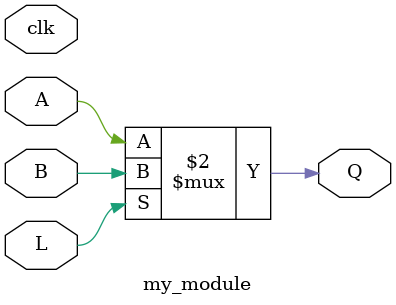
<source format=sv>
module my_module (
    input logic L,
    input logic A,
    input logic B,
    input logic clk,
    output logic Q
);

    always @(*) begin
        Q = L ? B : A;
    end

endmodule
</source>
